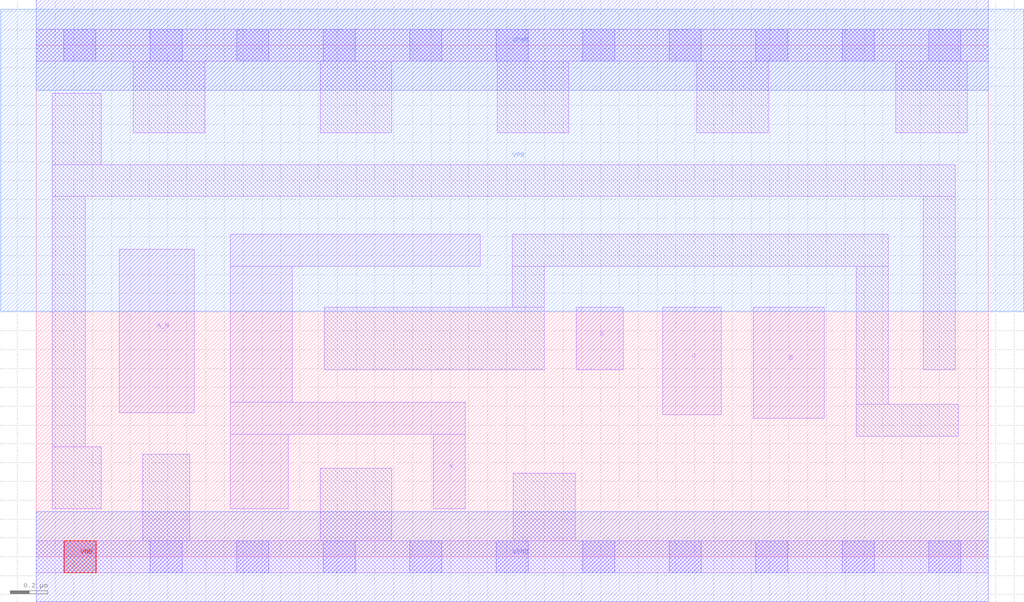
<source format=lef>
# Copyright 2020 The SkyWater PDK Authors
#
# Licensed under the Apache License, Version 2.0 (the "License");
# you may not use this file except in compliance with the License.
# You may obtain a copy of the License at
#
#     https://www.apache.org/licenses/LICENSE-2.0
#
# Unless required by applicable law or agreed to in writing, software
# distributed under the License is distributed on an "AS IS" BASIS,
# WITHOUT WARRANTIES OR CONDITIONS OF ANY KIND, either express or implied.
# See the License for the specific language governing permissions and
# limitations under the License.
#
# SPDX-License-Identifier: Apache-2.0

VERSION 5.7 ;
  NOWIREEXTENSIONATPIN ON ;
  DIVIDERCHAR "/" ;
  BUSBITCHARS "[]" ;
PROPERTYDEFINITIONS
  MACRO maskLayoutSubType STRING ;
  MACRO prCellType STRING ;
  MACRO originalViewName STRING ;
END PROPERTYDEFINITIONS
MACRO sky130_fd_sc_hdll__and4b_4
  CLASS CORE ;
  FOREIGN sky130_fd_sc_hdll__and4b_4 ;
  ORIGIN  0.000000  0.000000 ;
  SIZE  5.060000 BY  2.720000 ;
  SYMMETRY X Y R90 ;
  SITE unithd ;
  PIN A_N
    ANTENNAGATEAREA  0.138600 ;
    DIRECTION INPUT ;
    USE SIGNAL ;
    PORT
      LAYER li1 ;
        RECT 0.440000 0.765000 0.840000 1.635000 ;
    END
  END A_N
  PIN B
    ANTENNAGATEAREA  0.277500 ;
    DIRECTION INPUT ;
    USE SIGNAL ;
    PORT
      LAYER li1 ;
        RECT 3.810000 0.735000 4.190000 1.325000 ;
    END
  END B
  PIN C
    ANTENNAGATEAREA  0.277500 ;
    DIRECTION INPUT ;
    USE SIGNAL ;
    PORT
      LAYER li1 ;
        RECT 3.330000 0.755000 3.640000 1.325000 ;
    END
  END C
  PIN D
    ANTENNAGATEAREA  0.277500 ;
    DIRECTION INPUT ;
    USE SIGNAL ;
    PORT
      LAYER li1 ;
        RECT 2.870000 0.995000 3.120000 1.325000 ;
    END
  END D
  PIN X
    ANTENNADIFFAREA  0.996000 ;
    DIRECTION OUTPUT ;
    USE SIGNAL ;
    PORT
      LAYER li1 ;
        RECT 1.030000 0.255000 1.340000 0.650000 ;
        RECT 1.030000 0.650000 2.280000 0.820000 ;
        RECT 1.030000 0.820000 1.360000 1.545000 ;
        RECT 1.030000 1.545000 2.360000 1.715000 ;
        RECT 2.110000 0.255000 2.280000 0.650000 ;
    END
  END X
  PIN VGND
    DIRECTION INOUT ;
    USE GROUND ;
    PORT
      LAYER met1 ;
        RECT 0.000000 -0.240000 5.060000 0.240000 ;
    END
  END VGND
  PIN VNB
    DIRECTION INOUT ;
    USE GROUND ;
    PORT
      LAYER pwell ;
        RECT 0.150000 -0.085000 0.320000 0.085000 ;
    END
  END VNB
  PIN VPB
    DIRECTION INOUT ;
    USE POWER ;
    PORT
      LAYER nwell ;
        RECT -0.190000 1.305000 5.250000 2.910000 ;
    END
  END VPB
  PIN VPWR
    DIRECTION INOUT ;
    USE POWER ;
    PORT
      LAYER met1 ;
        RECT 0.000000 2.480000 5.060000 2.960000 ;
    END
  END VPWR
  OBS
    LAYER li1 ;
      RECT 0.000000 -0.085000 5.060000 0.085000 ;
      RECT 0.000000  2.635000 5.060000 2.805000 ;
      RECT 0.085000  0.255000 0.345000 0.585000 ;
      RECT 0.085000  0.585000 0.260000 1.915000 ;
      RECT 0.085000  1.915000 4.885000 2.085000 ;
      RECT 0.085000  2.085000 0.345000 2.465000 ;
      RECT 0.515000  2.255000 0.895000 2.635000 ;
      RECT 0.565000  0.085000 0.815000 0.545000 ;
      RECT 1.510000  0.085000 1.890000 0.470000 ;
      RECT 1.510000  2.255000 1.890000 2.635000 ;
      RECT 1.530000  0.995000 2.700000 1.325000 ;
      RECT 2.450000  2.255000 2.830000 2.635000 ;
      RECT 2.530000  1.325000 2.700000 1.545000 ;
      RECT 2.530000  1.545000 4.530000 1.715000 ;
      RECT 2.535000  0.085000 2.865000 0.445000 ;
      RECT 3.510000  2.255000 3.890000 2.635000 ;
      RECT 4.360000  0.640000 4.900000 0.810000 ;
      RECT 4.360000  0.810000 4.530000 1.545000 ;
      RECT 4.570000  2.255000 4.950000 2.635000 ;
      RECT 4.715000  0.995000 4.885000 1.915000 ;
    LAYER mcon ;
      RECT 0.145000 -0.085000 0.315000 0.085000 ;
      RECT 0.145000  2.635000 0.315000 2.805000 ;
      RECT 0.605000 -0.085000 0.775000 0.085000 ;
      RECT 0.605000  2.635000 0.775000 2.805000 ;
      RECT 1.065000 -0.085000 1.235000 0.085000 ;
      RECT 1.065000  2.635000 1.235000 2.805000 ;
      RECT 1.525000 -0.085000 1.695000 0.085000 ;
      RECT 1.525000  2.635000 1.695000 2.805000 ;
      RECT 1.985000 -0.085000 2.155000 0.085000 ;
      RECT 1.985000  2.635000 2.155000 2.805000 ;
      RECT 2.445000 -0.085000 2.615000 0.085000 ;
      RECT 2.445000  2.635000 2.615000 2.805000 ;
      RECT 2.905000 -0.085000 3.075000 0.085000 ;
      RECT 2.905000  2.635000 3.075000 2.805000 ;
      RECT 3.365000 -0.085000 3.535000 0.085000 ;
      RECT 3.365000  2.635000 3.535000 2.805000 ;
      RECT 3.825000 -0.085000 3.995000 0.085000 ;
      RECT 3.825000  2.635000 3.995000 2.805000 ;
      RECT 4.285000 -0.085000 4.455000 0.085000 ;
      RECT 4.285000  2.635000 4.455000 2.805000 ;
      RECT 4.745000 -0.085000 4.915000 0.085000 ;
      RECT 4.745000  2.635000 4.915000 2.805000 ;
  END
  PROPERTY maskLayoutSubType "abstract" ;
  PROPERTY prCellType "standard" ;
  PROPERTY originalViewName "layout" ;
END sky130_fd_sc_hdll__and4b_4
END LIBRARY

</source>
